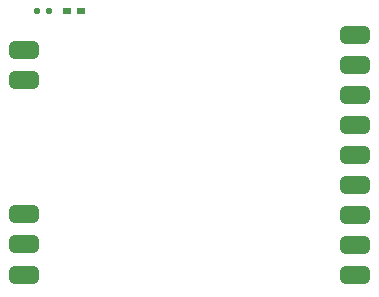
<source format=gtp>
G04*
G04 #@! TF.GenerationSoftware,Altium Limited,Altium Designer,21.2.0 (30)*
G04*
G04 Layer_Color=8421504*
%FSLAX24Y24*%
%MOIN*%
G70*
G04*
G04 #@! TF.SameCoordinates,6A3BDC20-E317-4547-97BB-DAA7722936CF*
G04*
G04*
G04 #@! TF.FilePolarity,Positive*
G04*
G01*
G75*
%ADD13R,0.0260X0.0200*%
G04:AMPARAMS|DCode=14|XSize=20mil|YSize=20mil|CornerRadius=5mil|HoleSize=0mil|Usage=FLASHONLY|Rotation=270.000|XOffset=0mil|YOffset=0mil|HoleType=Round|Shape=RoundedRectangle|*
%AMROUNDEDRECTD14*
21,1,0.0200,0.0100,0,0,270.0*
21,1,0.0100,0.0200,0,0,270.0*
1,1,0.0100,-0.0050,-0.0050*
1,1,0.0100,-0.0050,0.0050*
1,1,0.0100,0.0050,0.0050*
1,1,0.0100,0.0050,-0.0050*
%
%ADD14ROUNDEDRECTD14*%
G04:AMPARAMS|DCode=15|XSize=98.4mil|YSize=59.1mil|CornerRadius=14.8mil|HoleSize=0mil|Usage=FLASHONLY|Rotation=0.000|XOffset=0mil|YOffset=0mil|HoleType=Round|Shape=RoundedRectangle|*
%AMROUNDEDRECTD15*
21,1,0.0984,0.0295,0,0,0.0*
21,1,0.0689,0.0591,0,0,0.0*
1,1,0.0295,0.0344,-0.0148*
1,1,0.0295,-0.0344,-0.0148*
1,1,0.0295,-0.0344,0.0148*
1,1,0.0295,0.0344,0.0148*
%
%ADD15ROUNDEDRECTD15*%
D13*
X5840Y4800D02*
D03*
X5360D02*
D03*
D14*
X4350D02*
D03*
X4750D02*
D03*
D15*
X3940Y-1996D02*
D03*
Y-2996D02*
D03*
Y-4000D02*
D03*
X14964D02*
D03*
Y-3000D02*
D03*
Y-2000D02*
D03*
Y-1000D02*
D03*
Y0D02*
D03*
Y1000D02*
D03*
Y2000D02*
D03*
Y3000D02*
D03*
Y4000D02*
D03*
X3940Y3500D02*
D03*
Y2500D02*
D03*
M02*

</source>
